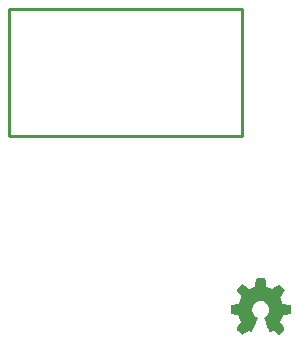
<source format=gbo>
G04 Layer: BottomSilkLayer*
G04 EasyEDA v6.4.25, 2021-09-29T14:29:20--7:00*
G04 244c92b091364e338979e04f780342ec,1c607ed5ed934db7a0414c4b005609ca,10*
G04 Gerber Generator version 0.2*
G04 Scale: 100 percent, Rotated: No, Reflected: No *
G04 Dimensions in inches *
G04 leading zeros omitted , absolute positions ,3 integer and 6 decimal *
%FSLAX36Y36*%
%MOIN*%

%ADD10C,0.0100*%

%LPD*%
G36*
X1276420Y-924400D02*
G01*
X1269980Y-924479D01*
X1264980Y-924680D01*
X1263460Y-924820D01*
X1262840Y-925000D01*
X1261940Y-929120D01*
X1257740Y-952140D01*
X1257180Y-952980D01*
X1255620Y-954040D01*
X1252760Y-955440D01*
X1248300Y-957380D01*
X1244660Y-958860D01*
X1241500Y-960020D01*
X1239160Y-960740D01*
X1237980Y-960920D01*
X1236720Y-960220D01*
X1230660Y-956080D01*
X1222560Y-950280D01*
X1216660Y-946320D01*
X1215520Y-945740D01*
X1214460Y-946480D01*
X1209160Y-951600D01*
X1201320Y-959900D01*
X1198560Y-963080D01*
X1197100Y-965100D01*
X1196780Y-966180D01*
X1197460Y-967500D01*
X1199060Y-970220D01*
X1209120Y-986040D01*
X1210640Y-988540D01*
X1211200Y-989620D01*
X1210060Y-992740D01*
X1203200Y-1009479D01*
X1202600Y-1009860D01*
X1201180Y-1010340D01*
X1199180Y-1010879D01*
X1176680Y-1015400D01*
X1176480Y-1033180D01*
X1176500Y-1038740D01*
X1176640Y-1042159D01*
X1176940Y-1043860D01*
X1177160Y-1044200D01*
X1178380Y-1044620D01*
X1185060Y-1046160D01*
X1194280Y-1047980D01*
X1200880Y-1049460D01*
X1202060Y-1049840D01*
X1202640Y-1050880D01*
X1205140Y-1056820D01*
X1210740Y-1071620D01*
X1201260Y-1086240D01*
X1197480Y-1092440D01*
X1196820Y-1093740D01*
X1197220Y-1094820D01*
X1198760Y-1096920D01*
X1201540Y-1100160D01*
X1209280Y-1108440D01*
X1214480Y-1113640D01*
X1215440Y-1114400D01*
X1216460Y-1113840D01*
X1222120Y-1109920D01*
X1230040Y-1104220D01*
X1235700Y-1100320D01*
X1236740Y-1099740D01*
X1238540Y-1100540D01*
X1243920Y-1103500D01*
X1245540Y-1104260D01*
X1246720Y-1104660D01*
X1247280Y-1104660D01*
X1248780Y-1101220D01*
X1256800Y-1081100D01*
X1265800Y-1058120D01*
X1261400Y-1054940D01*
X1258760Y-1052740D01*
X1256540Y-1050640D01*
X1254860Y-1048720D01*
X1253540Y-1046820D01*
X1252380Y-1044880D01*
X1251360Y-1042900D01*
X1250500Y-1040860D01*
X1249800Y-1038780D01*
X1249240Y-1036680D01*
X1248860Y-1034580D01*
X1248620Y-1032440D01*
X1248520Y-1030300D01*
X1248580Y-1028180D01*
X1248800Y-1026060D01*
X1249180Y-1023960D01*
X1249700Y-1021880D01*
X1250360Y-1019840D01*
X1251180Y-1017840D01*
X1252140Y-1015879D01*
X1253260Y-1013980D01*
X1254540Y-1012159D01*
X1255940Y-1010400D01*
X1257500Y-1008700D01*
X1259160Y-1007180D01*
X1260880Y-1005800D01*
X1262680Y-1004580D01*
X1264540Y-1003540D01*
X1266440Y-1002640D01*
X1268380Y-1001919D01*
X1270360Y-1001340D01*
X1272380Y-1000939D01*
X1274400Y-1000699D01*
X1276420Y-1000620D01*
X1278460Y-1000699D01*
X1280480Y-1000939D01*
X1282480Y-1001340D01*
X1284460Y-1001919D01*
X1286399Y-1002640D01*
X1288320Y-1003540D01*
X1290160Y-1004580D01*
X1291960Y-1005800D01*
X1293680Y-1007180D01*
X1295340Y-1008700D01*
X1297420Y-1011000D01*
X1299240Y-1013400D01*
X1300760Y-1015920D01*
X1302020Y-1018540D01*
X1303000Y-1021260D01*
X1303700Y-1024100D01*
X1304120Y-1027039D01*
X1304259Y-1030080D01*
X1304180Y-1032620D01*
X1303880Y-1035100D01*
X1303380Y-1037520D01*
X1302700Y-1039860D01*
X1301819Y-1042140D01*
X1300760Y-1044320D01*
X1299500Y-1046440D01*
X1298060Y-1048460D01*
X1296440Y-1050380D01*
X1294640Y-1052220D01*
X1292660Y-1053960D01*
X1287460Y-1057920D01*
X1287180Y-1058200D01*
X1289060Y-1063240D01*
X1298880Y-1088260D01*
X1303460Y-1099680D01*
X1305560Y-1104640D01*
X1306140Y-1104640D01*
X1307400Y-1104200D01*
X1309100Y-1103400D01*
X1316160Y-1099440D01*
X1333360Y-1111880D01*
X1335940Y-1113660D01*
X1337300Y-1114400D01*
X1338220Y-1113640D01*
X1343440Y-1108460D01*
X1351279Y-1100160D01*
X1354100Y-1096920D01*
X1355640Y-1094820D01*
X1356020Y-1093740D01*
X1355380Y-1092460D01*
X1351600Y-1086240D01*
X1342120Y-1071620D01*
X1347720Y-1056820D01*
X1350200Y-1050880D01*
X1350780Y-1049840D01*
X1351940Y-1049460D01*
X1358380Y-1048020D01*
X1375360Y-1044640D01*
X1375700Y-1044460D01*
X1375960Y-1044060D01*
X1376160Y-1043319D01*
X1376399Y-1040300D01*
X1376459Y-1026280D01*
X1376380Y-1020680D01*
X1376200Y-1017260D01*
X1376060Y-1016240D01*
X1375880Y-1015639D01*
X1375680Y-1015400D01*
X1371500Y-1014479D01*
X1353779Y-1010960D01*
X1350020Y-1010100D01*
X1348520Y-1006800D01*
X1342900Y-993000D01*
X1341639Y-989599D01*
X1342200Y-988520D01*
X1345960Y-982440D01*
X1351459Y-973900D01*
X1355400Y-967500D01*
X1356080Y-966180D01*
X1355740Y-965100D01*
X1354280Y-963060D01*
X1351519Y-959880D01*
X1343680Y-951600D01*
X1338380Y-946480D01*
X1337340Y-945740D01*
X1336220Y-946320D01*
X1330300Y-950280D01*
X1322160Y-956080D01*
X1316000Y-960200D01*
X1314680Y-960900D01*
X1313460Y-960699D01*
X1311120Y-959960D01*
X1307980Y-958820D01*
X1304379Y-957340D01*
X1300020Y-955420D01*
X1297200Y-954020D01*
X1295660Y-952980D01*
X1295100Y-952120D01*
X1292580Y-938160D01*
X1290320Y-926220D01*
X1290000Y-925000D01*
X1289379Y-924820D01*
X1285620Y-924560D01*
G37*
D10*
X1213980Y-29369D02*
G01*
X436030Y-29369D01*
X436030Y-450630D01*
X1213980Y-450630D01*
X1213980Y-29369D01*
M02*

</source>
